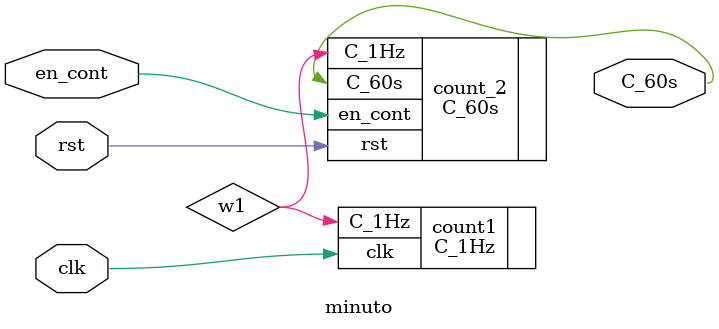
<source format=v>
`timescale 1ns / 1ps
/*
 * Module: minuto
 * Description:
 *  This module generates a 60-second pulse (C_60s) by cascading:
 *   - A 1 Hz clock divider (C_1Hz)
 *   - A 60-second counter (C_60s)
 *  It counts seconds only when 'en_cont' is active.
 */

module minuto (
    input  wire rst,        // Active-high synchronous reset
    input  wire en_cont,    // Enable counting
    input  wire clk,        // System clock input
    output wire C_60s       // Output pulse every 60 seconds
);

    // Internal 1 Hz signal
    wire w1;

    // 1 Hz divider from system clock
    C_1Hz count1 (
        .clk(clk),
        .C_1Hz(w1)
    );

    // 60-second counter, triggered by 1 Hz pulses
    C_60s count_2 (
        .en_cont(en_cont),
        .rst(rst),
        .C_1Hz(w1),
        .C_60s(C_60s)
    );

endmodule

</source>
